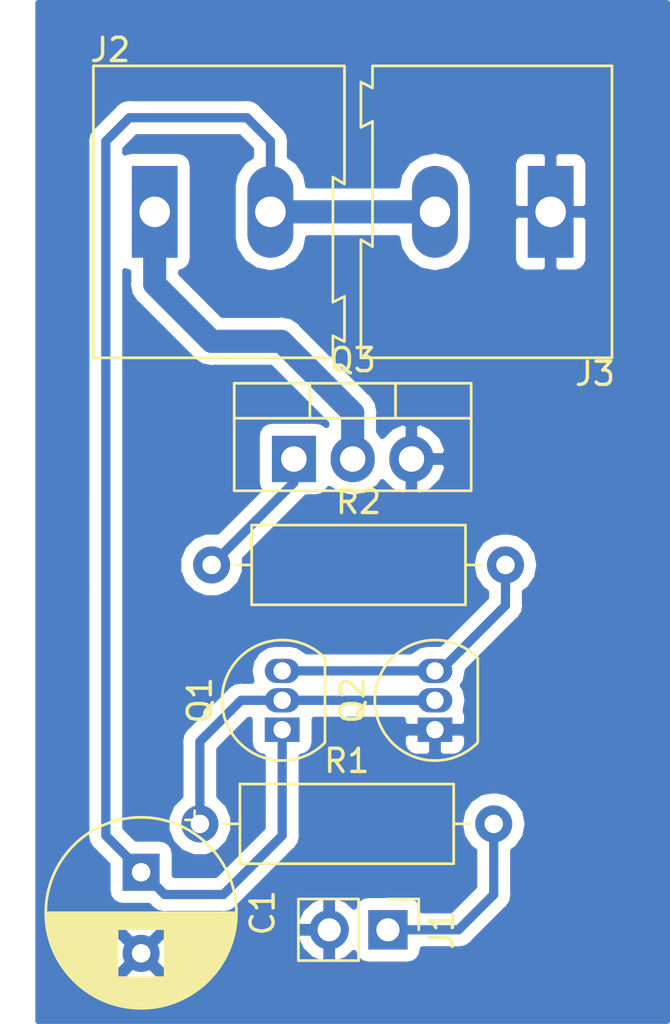
<source format=kicad_pcb>
(kicad_pcb (version 20171130) (host pcbnew 5.0.2-bee76a0~70~ubuntu16.04.1)

  (general
    (thickness 1.6)
    (drawings 0)
    (tracks 29)
    (zones 0)
    (modules 9)
    (nets 8)
  )

  (page A4)
  (layers
    (0 F.Cu signal)
    (31 B.Cu signal)
    (32 B.Adhes user)
    (33 F.Adhes user)
    (34 B.Paste user)
    (35 F.Paste user)
    (36 B.SilkS user)
    (37 F.SilkS user)
    (38 B.Mask user)
    (39 F.Mask user)
    (40 Dwgs.User user)
    (41 Cmts.User user)
    (42 Eco1.User user)
    (43 Eco2.User user)
    (44 Edge.Cuts user)
    (45 Margin user)
    (46 B.CrtYd user)
    (47 F.CrtYd user)
    (48 B.Fab user)
    (49 F.Fab user)
  )

  (setup
    (last_trace_width 0.4)
    (user_trace_width 1)
    (trace_clearance 0.3)
    (zone_clearance 0.508)
    (zone_45_only no)
    (trace_min 0.2)
    (segment_width 0.2)
    (edge_width 0.15)
    (via_size 0.8)
    (via_drill 0.4)
    (via_min_size 0.4)
    (via_min_drill 0.3)
    (uvia_size 0.3)
    (uvia_drill 0.1)
    (uvias_allowed no)
    (uvia_min_size 0.2)
    (uvia_min_drill 0.1)
    (pcb_text_width 0.3)
    (pcb_text_size 1.5 1.5)
    (mod_edge_width 0.15)
    (mod_text_size 1 1)
    (mod_text_width 0.15)
    (pad_size 1.524 1.524)
    (pad_drill 0.762)
    (pad_to_mask_clearance 0.051)
    (solder_mask_min_width 0.25)
    (aux_axis_origin 0 0)
    (visible_elements FFFFFF7F)
    (pcbplotparams
      (layerselection 0x010fc_ffffffff)
      (usegerberextensions false)
      (usegerberattributes false)
      (usegerberadvancedattributes false)
      (creategerberjobfile false)
      (excludeedgelayer true)
      (linewidth 0.100000)
      (plotframeref false)
      (viasonmask false)
      (mode 1)
      (useauxorigin false)
      (hpglpennumber 1)
      (hpglpenspeed 20)
      (hpglpendiameter 15.000000)
      (psnegative false)
      (psa4output false)
      (plotreference true)
      (plotvalue true)
      (plotinvisibletext false)
      (padsonsilk false)
      (subtractmaskfromsilk false)
      (outputformat 1)
      (mirror false)
      (drillshape 1)
      (scaleselection 1)
      (outputdirectory ""))
  )

  (net 0 "")
  (net 1 "Net-(J1-Pad1)")
  (net 2 GND)
  (net 3 "Net-(J2-Pad1)")
  (net 4 +12V)
  (net 5 "Net-(Q1-Pad2)")
  (net 6 "Net-(Q1-Pad3)")
  (net 7 "Net-(Q3-Pad1)")

  (net_class Default "This is the default net class."
    (clearance 0.3)
    (trace_width 0.4)
    (via_dia 0.8)
    (via_drill 0.4)
    (uvia_dia 0.3)
    (uvia_drill 0.1)
    (add_net +12V)
    (add_net GND)
    (add_net "Net-(J1-Pad1)")
    (add_net "Net-(J2-Pad1)")
    (add_net "Net-(Q1-Pad2)")
    (add_net "Net-(Q1-Pad3)")
    (add_net "Net-(Q3-Pad1)")
  )

  (module Connector_PinHeader_2.54mm:PinHeader_1x02_P2.54mm_Vertical (layer F.Cu) (tedit 59FED5CC) (tstamp 5C8E7EBA)
    (at 149.86 124.46 270)
    (descr "Through hole straight pin header, 1x02, 2.54mm pitch, single row")
    (tags "Through hole pin header THT 1x02 2.54mm single row")
    (path /5C81DB00)
    (fp_text reference J1 (at 0 -2.33 270) (layer F.SilkS)
      (effects (font (size 1 1) (thickness 0.15)))
    )
    (fp_text value sinal (at 0 4.87 270) (layer F.Fab)
      (effects (font (size 1 1) (thickness 0.15)))
    )
    (fp_line (start -0.635 -1.27) (end 1.27 -1.27) (layer F.Fab) (width 0.1))
    (fp_line (start 1.27 -1.27) (end 1.27 3.81) (layer F.Fab) (width 0.1))
    (fp_line (start 1.27 3.81) (end -1.27 3.81) (layer F.Fab) (width 0.1))
    (fp_line (start -1.27 3.81) (end -1.27 -0.635) (layer F.Fab) (width 0.1))
    (fp_line (start -1.27 -0.635) (end -0.635 -1.27) (layer F.Fab) (width 0.1))
    (fp_line (start -1.33 3.87) (end 1.33 3.87) (layer F.SilkS) (width 0.12))
    (fp_line (start -1.33 1.27) (end -1.33 3.87) (layer F.SilkS) (width 0.12))
    (fp_line (start 1.33 1.27) (end 1.33 3.87) (layer F.SilkS) (width 0.12))
    (fp_line (start -1.33 1.27) (end 1.33 1.27) (layer F.SilkS) (width 0.12))
    (fp_line (start -1.33 0) (end -1.33 -1.33) (layer F.SilkS) (width 0.12))
    (fp_line (start -1.33 -1.33) (end 0 -1.33) (layer F.SilkS) (width 0.12))
    (fp_line (start -1.8 -1.8) (end -1.8 4.35) (layer F.CrtYd) (width 0.05))
    (fp_line (start -1.8 4.35) (end 1.8 4.35) (layer F.CrtYd) (width 0.05))
    (fp_line (start 1.8 4.35) (end 1.8 -1.8) (layer F.CrtYd) (width 0.05))
    (fp_line (start 1.8 -1.8) (end -1.8 -1.8) (layer F.CrtYd) (width 0.05))
    (fp_text user %R (at 0 1.27) (layer F.Fab)
      (effects (font (size 1 1) (thickness 0.15)))
    )
    (pad 1 thru_hole rect (at 0 0 270) (size 1.7 1.7) (drill 1) (layers *.Cu *.Mask)
      (net 1 "Net-(J1-Pad1)"))
    (pad 2 thru_hole oval (at 0 2.54 270) (size 1.7 1.7) (drill 1) (layers *.Cu *.Mask)
      (net 2 GND))
    (model ${KISYS3DMOD}/Connector_PinHeader_2.54mm.3dshapes/PinHeader_1x02_P2.54mm_Vertical.wrl
      (at (xyz 0 0 0))
      (scale (xyz 1 1 1))
      (rotate (xyz 0 0 0))
    )
  )

  (module TerminalBlock:TerminalBlock_Altech_AK300-2_P5.00mm (layer F.Cu) (tedit 59FF0306) (tstamp 5C8E7F21)
    (at 139.78 93.472)
    (descr "Altech AK300 terminal block, pitch 5.0mm, 45 degree angled, see http://www.mouser.com/ds/2/16/PCBMETRC-24178.pdf")
    (tags "Altech AK300 terminal block pitch 5.0mm")
    (path /5C81D788)
    (fp_text reference J2 (at -1.92 -6.99) (layer F.SilkS)
      (effects (font (size 1 1) (thickness 0.15)))
    )
    (fp_text value peltier (at 2.78 7.75) (layer F.Fab)
      (effects (font (size 1 1) (thickness 0.15)))
    )
    (fp_text user %R (at 2.5 -2) (layer F.Fab)
      (effects (font (size 1 1) (thickness 0.15)))
    )
    (fp_line (start -2.65 -6.3) (end -2.65 6.3) (layer F.SilkS) (width 0.12))
    (fp_line (start -2.65 6.3) (end 7.7 6.3) (layer F.SilkS) (width 0.12))
    (fp_line (start 7.7 6.3) (end 7.7 5.35) (layer F.SilkS) (width 0.12))
    (fp_line (start 7.7 5.35) (end 8.2 5.6) (layer F.SilkS) (width 0.12))
    (fp_line (start 8.2 5.6) (end 8.2 3.7) (layer F.SilkS) (width 0.12))
    (fp_line (start 8.2 3.7) (end 8.2 3.65) (layer F.SilkS) (width 0.12))
    (fp_line (start 8.2 3.65) (end 7.7 3.9) (layer F.SilkS) (width 0.12))
    (fp_line (start 7.7 3.9) (end 7.7 -1.5) (layer F.SilkS) (width 0.12))
    (fp_line (start 7.7 -1.5) (end 8.2 -1.2) (layer F.SilkS) (width 0.12))
    (fp_line (start 8.2 -1.2) (end 8.2 -6.3) (layer F.SilkS) (width 0.12))
    (fp_line (start 8.2 -6.3) (end -2.65 -6.3) (layer F.SilkS) (width 0.12))
    (fp_line (start -1.26 2.54) (end 1.28 2.54) (layer F.Fab) (width 0.1))
    (fp_line (start 1.28 2.54) (end 1.28 -0.25) (layer F.Fab) (width 0.1))
    (fp_line (start -1.26 -0.25) (end 1.28 -0.25) (layer F.Fab) (width 0.1))
    (fp_line (start -1.26 2.54) (end -1.26 -0.25) (layer F.Fab) (width 0.1))
    (fp_line (start 3.74 2.54) (end 6.28 2.54) (layer F.Fab) (width 0.1))
    (fp_line (start 6.28 2.54) (end 6.28 -0.25) (layer F.Fab) (width 0.1))
    (fp_line (start 3.74 -0.25) (end 6.28 -0.25) (layer F.Fab) (width 0.1))
    (fp_line (start 3.74 2.54) (end 3.74 -0.25) (layer F.Fab) (width 0.1))
    (fp_line (start 7.61 -6.22) (end 7.61 -3.17) (layer F.Fab) (width 0.1))
    (fp_line (start 7.61 -6.22) (end -2.58 -6.22) (layer F.Fab) (width 0.1))
    (fp_line (start 7.61 -6.22) (end 8.11 -6.22) (layer F.Fab) (width 0.1))
    (fp_line (start 8.11 -6.22) (end 8.11 -1.4) (layer F.Fab) (width 0.1))
    (fp_line (start 8.11 -1.4) (end 7.61 -1.65) (layer F.Fab) (width 0.1))
    (fp_line (start 8.11 5.46) (end 7.61 5.21) (layer F.Fab) (width 0.1))
    (fp_line (start 7.61 5.21) (end 7.61 6.22) (layer F.Fab) (width 0.1))
    (fp_line (start 8.11 3.81) (end 7.61 4.06) (layer F.Fab) (width 0.1))
    (fp_line (start 7.61 4.06) (end 7.61 5.21) (layer F.Fab) (width 0.1))
    (fp_line (start 8.11 3.81) (end 8.11 5.46) (layer F.Fab) (width 0.1))
    (fp_line (start 2.98 6.22) (end 2.98 4.32) (layer F.Fab) (width 0.1))
    (fp_line (start 7.05 -0.25) (end 7.05 4.32) (layer F.Fab) (width 0.1))
    (fp_line (start 2.98 6.22) (end 7.05 6.22) (layer F.Fab) (width 0.1))
    (fp_line (start 7.05 6.22) (end 7.61 6.22) (layer F.Fab) (width 0.1))
    (fp_line (start 2.04 6.22) (end 2.04 4.32) (layer F.Fab) (width 0.1))
    (fp_line (start 2.04 6.22) (end 2.98 6.22) (layer F.Fab) (width 0.1))
    (fp_line (start -2.02 -0.25) (end -2.02 4.32) (layer F.Fab) (width 0.1))
    (fp_line (start -2.58 6.22) (end -2.02 6.22) (layer F.Fab) (width 0.1))
    (fp_line (start -2.02 6.22) (end 2.04 6.22) (layer F.Fab) (width 0.1))
    (fp_line (start 2.98 4.32) (end 7.05 4.32) (layer F.Fab) (width 0.1))
    (fp_line (start 2.98 4.32) (end 2.98 -0.25) (layer F.Fab) (width 0.1))
    (fp_line (start 7.05 4.32) (end 7.05 6.22) (layer F.Fab) (width 0.1))
    (fp_line (start 2.04 4.32) (end -2.02 4.32) (layer F.Fab) (width 0.1))
    (fp_line (start 2.04 4.32) (end 2.04 -0.25) (layer F.Fab) (width 0.1))
    (fp_line (start -2.02 4.32) (end -2.02 6.22) (layer F.Fab) (width 0.1))
    (fp_line (start 6.67 3.68) (end 6.67 0.51) (layer F.Fab) (width 0.1))
    (fp_line (start 6.67 3.68) (end 3.36 3.68) (layer F.Fab) (width 0.1))
    (fp_line (start 3.36 3.68) (end 3.36 0.51) (layer F.Fab) (width 0.1))
    (fp_line (start 1.66 3.68) (end 1.66 0.51) (layer F.Fab) (width 0.1))
    (fp_line (start 1.66 3.68) (end -1.64 3.68) (layer F.Fab) (width 0.1))
    (fp_line (start -1.64 3.68) (end -1.64 0.51) (layer F.Fab) (width 0.1))
    (fp_line (start -1.64 0.51) (end -1.26 0.51) (layer F.Fab) (width 0.1))
    (fp_line (start 1.66 0.51) (end 1.28 0.51) (layer F.Fab) (width 0.1))
    (fp_line (start 3.36 0.51) (end 3.74 0.51) (layer F.Fab) (width 0.1))
    (fp_line (start 6.67 0.51) (end 6.28 0.51) (layer F.Fab) (width 0.1))
    (fp_line (start -2.58 6.22) (end -2.58 -0.64) (layer F.Fab) (width 0.1))
    (fp_line (start -2.58 -0.64) (end -2.58 -3.17) (layer F.Fab) (width 0.1))
    (fp_line (start 7.61 -1.65) (end 7.61 -0.64) (layer F.Fab) (width 0.1))
    (fp_line (start 7.61 -0.64) (end 7.61 4.06) (layer F.Fab) (width 0.1))
    (fp_line (start -2.58 -3.17) (end 7.61 -3.17) (layer F.Fab) (width 0.1))
    (fp_line (start -2.58 -3.17) (end -2.58 -6.22) (layer F.Fab) (width 0.1))
    (fp_line (start 7.61 -3.17) (end 7.61 -1.65) (layer F.Fab) (width 0.1))
    (fp_line (start 2.98 -3.43) (end 2.98 -5.97) (layer F.Fab) (width 0.1))
    (fp_line (start 2.98 -5.97) (end 7.05 -5.97) (layer F.Fab) (width 0.1))
    (fp_line (start 7.05 -5.97) (end 7.05 -3.43) (layer F.Fab) (width 0.1))
    (fp_line (start 7.05 -3.43) (end 2.98 -3.43) (layer F.Fab) (width 0.1))
    (fp_line (start 2.04 -3.43) (end 2.04 -5.97) (layer F.Fab) (width 0.1))
    (fp_line (start 2.04 -3.43) (end -2.02 -3.43) (layer F.Fab) (width 0.1))
    (fp_line (start -2.02 -3.43) (end -2.02 -5.97) (layer F.Fab) (width 0.1))
    (fp_line (start 2.04 -5.97) (end -2.02 -5.97) (layer F.Fab) (width 0.1))
    (fp_line (start 3.39 -4.45) (end 6.44 -5.08) (layer F.Fab) (width 0.1))
    (fp_line (start 3.52 -4.32) (end 6.56 -4.95) (layer F.Fab) (width 0.1))
    (fp_line (start -1.62 -4.45) (end 1.44 -5.08) (layer F.Fab) (width 0.1))
    (fp_line (start -1.49 -4.32) (end 1.56 -4.95) (layer F.Fab) (width 0.1))
    (fp_line (start -2.02 -0.25) (end -1.64 -0.25) (layer F.Fab) (width 0.1))
    (fp_line (start 2.04 -0.25) (end 1.66 -0.25) (layer F.Fab) (width 0.1))
    (fp_line (start 1.66 -0.25) (end -1.64 -0.25) (layer F.Fab) (width 0.1))
    (fp_line (start -2.58 -0.64) (end -1.64 -0.64) (layer F.Fab) (width 0.1))
    (fp_line (start -1.64 -0.64) (end 1.66 -0.64) (layer F.Fab) (width 0.1))
    (fp_line (start 1.66 -0.64) (end 3.36 -0.64) (layer F.Fab) (width 0.1))
    (fp_line (start 7.61 -0.64) (end 6.67 -0.64) (layer F.Fab) (width 0.1))
    (fp_line (start 6.67 -0.64) (end 3.36 -0.64) (layer F.Fab) (width 0.1))
    (fp_line (start 7.05 -0.25) (end 6.67 -0.25) (layer F.Fab) (width 0.1))
    (fp_line (start 2.98 -0.25) (end 3.36 -0.25) (layer F.Fab) (width 0.1))
    (fp_line (start 3.36 -0.25) (end 6.67 -0.25) (layer F.Fab) (width 0.1))
    (fp_line (start -2.83 -6.47) (end 8.36 -6.47) (layer F.CrtYd) (width 0.05))
    (fp_line (start -2.83 -6.47) (end -2.83 6.47) (layer F.CrtYd) (width 0.05))
    (fp_line (start 8.36 6.47) (end 8.36 -6.47) (layer F.CrtYd) (width 0.05))
    (fp_line (start 8.36 6.47) (end -2.83 6.47) (layer F.CrtYd) (width 0.05))
    (fp_arc (start 6.03 -4.59) (end 6.54 -5.05) (angle 90.5) (layer F.Fab) (width 0.1))
    (fp_arc (start 5.07 -6.07) (end 6.53 -4.12) (angle 75.5) (layer F.Fab) (width 0.1))
    (fp_arc (start 4.99 -3.71) (end 3.39 -5) (angle 100) (layer F.Fab) (width 0.1))
    (fp_arc (start 3.87 -4.65) (end 3.58 -4.13) (angle 104.2) (layer F.Fab) (width 0.1))
    (fp_arc (start 1.03 -4.59) (end 1.53 -5.05) (angle 90.5) (layer F.Fab) (width 0.1))
    (fp_arc (start 0.06 -6.07) (end 1.53 -4.12) (angle 75.5) (layer F.Fab) (width 0.1))
    (fp_arc (start -0.01 -3.71) (end -1.62 -5) (angle 100) (layer F.Fab) (width 0.1))
    (fp_arc (start -1.13 -4.65) (end -1.42 -4.13) (angle 104.2) (layer F.Fab) (width 0.1))
    (pad 1 thru_hole rect (at 0 0) (size 1.98 3.96) (drill 1.32) (layers *.Cu *.Mask)
      (net 3 "Net-(J2-Pad1)"))
    (pad 2 thru_hole oval (at 5 0) (size 1.98 3.96) (drill 1.32) (layers *.Cu *.Mask)
      (net 4 +12V))
    (model ${KISYS3DMOD}/TerminalBlock.3dshapes/TerminalBlock_Altech_AK300-2_P5.00mm.wrl
      (at (xyz 0 0 0))
      (scale (xyz 1 1 1))
      (rotate (xyz 0 0 0))
    )
  )

  (module TerminalBlock:TerminalBlock_Altech_AK300-2_P5.00mm (layer F.Cu) (tedit 59FF0306) (tstamp 5C8E7F88)
    (at 156.892 93.472 180)
    (descr "Altech AK300 terminal block, pitch 5.0mm, 45 degree angled, see http://www.mouser.com/ds/2/16/PCBMETRC-24178.pdf")
    (tags "Altech AK300 terminal block pitch 5.0mm")
    (path /5C81E37A)
    (fp_text reference J3 (at -1.92 -6.99 180) (layer F.SilkS)
      (effects (font (size 1 1) (thickness 0.15)))
    )
    (fp_text value alimentacao (at 2.78 7.75 180) (layer F.Fab)
      (effects (font (size 1 1) (thickness 0.15)))
    )
    (fp_arc (start -1.13 -4.65) (end -1.42 -4.13) (angle 104.2) (layer F.Fab) (width 0.1))
    (fp_arc (start -0.01 -3.71) (end -1.62 -5) (angle 100) (layer F.Fab) (width 0.1))
    (fp_arc (start 0.06 -6.07) (end 1.53 -4.12) (angle 75.5) (layer F.Fab) (width 0.1))
    (fp_arc (start 1.03 -4.59) (end 1.53 -5.05) (angle 90.5) (layer F.Fab) (width 0.1))
    (fp_arc (start 3.87 -4.65) (end 3.58 -4.13) (angle 104.2) (layer F.Fab) (width 0.1))
    (fp_arc (start 4.99 -3.71) (end 3.39 -5) (angle 100) (layer F.Fab) (width 0.1))
    (fp_arc (start 5.07 -6.07) (end 6.53 -4.12) (angle 75.5) (layer F.Fab) (width 0.1))
    (fp_arc (start 6.03 -4.59) (end 6.54 -5.05) (angle 90.5) (layer F.Fab) (width 0.1))
    (fp_line (start 8.36 6.47) (end -2.83 6.47) (layer F.CrtYd) (width 0.05))
    (fp_line (start 8.36 6.47) (end 8.36 -6.47) (layer F.CrtYd) (width 0.05))
    (fp_line (start -2.83 -6.47) (end -2.83 6.47) (layer F.CrtYd) (width 0.05))
    (fp_line (start -2.83 -6.47) (end 8.36 -6.47) (layer F.CrtYd) (width 0.05))
    (fp_line (start 3.36 -0.25) (end 6.67 -0.25) (layer F.Fab) (width 0.1))
    (fp_line (start 2.98 -0.25) (end 3.36 -0.25) (layer F.Fab) (width 0.1))
    (fp_line (start 7.05 -0.25) (end 6.67 -0.25) (layer F.Fab) (width 0.1))
    (fp_line (start 6.67 -0.64) (end 3.36 -0.64) (layer F.Fab) (width 0.1))
    (fp_line (start 7.61 -0.64) (end 6.67 -0.64) (layer F.Fab) (width 0.1))
    (fp_line (start 1.66 -0.64) (end 3.36 -0.64) (layer F.Fab) (width 0.1))
    (fp_line (start -1.64 -0.64) (end 1.66 -0.64) (layer F.Fab) (width 0.1))
    (fp_line (start -2.58 -0.64) (end -1.64 -0.64) (layer F.Fab) (width 0.1))
    (fp_line (start 1.66 -0.25) (end -1.64 -0.25) (layer F.Fab) (width 0.1))
    (fp_line (start 2.04 -0.25) (end 1.66 -0.25) (layer F.Fab) (width 0.1))
    (fp_line (start -2.02 -0.25) (end -1.64 -0.25) (layer F.Fab) (width 0.1))
    (fp_line (start -1.49 -4.32) (end 1.56 -4.95) (layer F.Fab) (width 0.1))
    (fp_line (start -1.62 -4.45) (end 1.44 -5.08) (layer F.Fab) (width 0.1))
    (fp_line (start 3.52 -4.32) (end 6.56 -4.95) (layer F.Fab) (width 0.1))
    (fp_line (start 3.39 -4.45) (end 6.44 -5.08) (layer F.Fab) (width 0.1))
    (fp_line (start 2.04 -5.97) (end -2.02 -5.97) (layer F.Fab) (width 0.1))
    (fp_line (start -2.02 -3.43) (end -2.02 -5.97) (layer F.Fab) (width 0.1))
    (fp_line (start 2.04 -3.43) (end -2.02 -3.43) (layer F.Fab) (width 0.1))
    (fp_line (start 2.04 -3.43) (end 2.04 -5.97) (layer F.Fab) (width 0.1))
    (fp_line (start 7.05 -3.43) (end 2.98 -3.43) (layer F.Fab) (width 0.1))
    (fp_line (start 7.05 -5.97) (end 7.05 -3.43) (layer F.Fab) (width 0.1))
    (fp_line (start 2.98 -5.97) (end 7.05 -5.97) (layer F.Fab) (width 0.1))
    (fp_line (start 2.98 -3.43) (end 2.98 -5.97) (layer F.Fab) (width 0.1))
    (fp_line (start 7.61 -3.17) (end 7.61 -1.65) (layer F.Fab) (width 0.1))
    (fp_line (start -2.58 -3.17) (end -2.58 -6.22) (layer F.Fab) (width 0.1))
    (fp_line (start -2.58 -3.17) (end 7.61 -3.17) (layer F.Fab) (width 0.1))
    (fp_line (start 7.61 -0.64) (end 7.61 4.06) (layer F.Fab) (width 0.1))
    (fp_line (start 7.61 -1.65) (end 7.61 -0.64) (layer F.Fab) (width 0.1))
    (fp_line (start -2.58 -0.64) (end -2.58 -3.17) (layer F.Fab) (width 0.1))
    (fp_line (start -2.58 6.22) (end -2.58 -0.64) (layer F.Fab) (width 0.1))
    (fp_line (start 6.67 0.51) (end 6.28 0.51) (layer F.Fab) (width 0.1))
    (fp_line (start 3.36 0.51) (end 3.74 0.51) (layer F.Fab) (width 0.1))
    (fp_line (start 1.66 0.51) (end 1.28 0.51) (layer F.Fab) (width 0.1))
    (fp_line (start -1.64 0.51) (end -1.26 0.51) (layer F.Fab) (width 0.1))
    (fp_line (start -1.64 3.68) (end -1.64 0.51) (layer F.Fab) (width 0.1))
    (fp_line (start 1.66 3.68) (end -1.64 3.68) (layer F.Fab) (width 0.1))
    (fp_line (start 1.66 3.68) (end 1.66 0.51) (layer F.Fab) (width 0.1))
    (fp_line (start 3.36 3.68) (end 3.36 0.51) (layer F.Fab) (width 0.1))
    (fp_line (start 6.67 3.68) (end 3.36 3.68) (layer F.Fab) (width 0.1))
    (fp_line (start 6.67 3.68) (end 6.67 0.51) (layer F.Fab) (width 0.1))
    (fp_line (start -2.02 4.32) (end -2.02 6.22) (layer F.Fab) (width 0.1))
    (fp_line (start 2.04 4.32) (end 2.04 -0.25) (layer F.Fab) (width 0.1))
    (fp_line (start 2.04 4.32) (end -2.02 4.32) (layer F.Fab) (width 0.1))
    (fp_line (start 7.05 4.32) (end 7.05 6.22) (layer F.Fab) (width 0.1))
    (fp_line (start 2.98 4.32) (end 2.98 -0.25) (layer F.Fab) (width 0.1))
    (fp_line (start 2.98 4.32) (end 7.05 4.32) (layer F.Fab) (width 0.1))
    (fp_line (start -2.02 6.22) (end 2.04 6.22) (layer F.Fab) (width 0.1))
    (fp_line (start -2.58 6.22) (end -2.02 6.22) (layer F.Fab) (width 0.1))
    (fp_line (start -2.02 -0.25) (end -2.02 4.32) (layer F.Fab) (width 0.1))
    (fp_line (start 2.04 6.22) (end 2.98 6.22) (layer F.Fab) (width 0.1))
    (fp_line (start 2.04 6.22) (end 2.04 4.32) (layer F.Fab) (width 0.1))
    (fp_line (start 7.05 6.22) (end 7.61 6.22) (layer F.Fab) (width 0.1))
    (fp_line (start 2.98 6.22) (end 7.05 6.22) (layer F.Fab) (width 0.1))
    (fp_line (start 7.05 -0.25) (end 7.05 4.32) (layer F.Fab) (width 0.1))
    (fp_line (start 2.98 6.22) (end 2.98 4.32) (layer F.Fab) (width 0.1))
    (fp_line (start 8.11 3.81) (end 8.11 5.46) (layer F.Fab) (width 0.1))
    (fp_line (start 7.61 4.06) (end 7.61 5.21) (layer F.Fab) (width 0.1))
    (fp_line (start 8.11 3.81) (end 7.61 4.06) (layer F.Fab) (width 0.1))
    (fp_line (start 7.61 5.21) (end 7.61 6.22) (layer F.Fab) (width 0.1))
    (fp_line (start 8.11 5.46) (end 7.61 5.21) (layer F.Fab) (width 0.1))
    (fp_line (start 8.11 -1.4) (end 7.61 -1.65) (layer F.Fab) (width 0.1))
    (fp_line (start 8.11 -6.22) (end 8.11 -1.4) (layer F.Fab) (width 0.1))
    (fp_line (start 7.61 -6.22) (end 8.11 -6.22) (layer F.Fab) (width 0.1))
    (fp_line (start 7.61 -6.22) (end -2.58 -6.22) (layer F.Fab) (width 0.1))
    (fp_line (start 7.61 -6.22) (end 7.61 -3.17) (layer F.Fab) (width 0.1))
    (fp_line (start 3.74 2.54) (end 3.74 -0.25) (layer F.Fab) (width 0.1))
    (fp_line (start 3.74 -0.25) (end 6.28 -0.25) (layer F.Fab) (width 0.1))
    (fp_line (start 6.28 2.54) (end 6.28 -0.25) (layer F.Fab) (width 0.1))
    (fp_line (start 3.74 2.54) (end 6.28 2.54) (layer F.Fab) (width 0.1))
    (fp_line (start -1.26 2.54) (end -1.26 -0.25) (layer F.Fab) (width 0.1))
    (fp_line (start -1.26 -0.25) (end 1.28 -0.25) (layer F.Fab) (width 0.1))
    (fp_line (start 1.28 2.54) (end 1.28 -0.25) (layer F.Fab) (width 0.1))
    (fp_line (start -1.26 2.54) (end 1.28 2.54) (layer F.Fab) (width 0.1))
    (fp_line (start 8.2 -6.3) (end -2.65 -6.3) (layer F.SilkS) (width 0.12))
    (fp_line (start 8.2 -1.2) (end 8.2 -6.3) (layer F.SilkS) (width 0.12))
    (fp_line (start 7.7 -1.5) (end 8.2 -1.2) (layer F.SilkS) (width 0.12))
    (fp_line (start 7.7 3.9) (end 7.7 -1.5) (layer F.SilkS) (width 0.12))
    (fp_line (start 8.2 3.65) (end 7.7 3.9) (layer F.SilkS) (width 0.12))
    (fp_line (start 8.2 3.7) (end 8.2 3.65) (layer F.SilkS) (width 0.12))
    (fp_line (start 8.2 5.6) (end 8.2 3.7) (layer F.SilkS) (width 0.12))
    (fp_line (start 7.7 5.35) (end 8.2 5.6) (layer F.SilkS) (width 0.12))
    (fp_line (start 7.7 6.3) (end 7.7 5.35) (layer F.SilkS) (width 0.12))
    (fp_line (start -2.65 6.3) (end 7.7 6.3) (layer F.SilkS) (width 0.12))
    (fp_line (start -2.65 -6.3) (end -2.65 6.3) (layer F.SilkS) (width 0.12))
    (fp_text user %R (at 2.5 -2 180) (layer F.Fab)
      (effects (font (size 1 1) (thickness 0.15)))
    )
    (pad 2 thru_hole oval (at 5 0 180) (size 1.98 3.96) (drill 1.32) (layers *.Cu *.Mask)
      (net 4 +12V))
    (pad 1 thru_hole rect (at 0 0 180) (size 1.98 3.96) (drill 1.32) (layers *.Cu *.Mask)
      (net 2 GND))
    (model ${KISYS3DMOD}/TerminalBlock.3dshapes/TerminalBlock_Altech_AK300-2_P5.00mm.wrl
      (at (xyz 0 0 0))
      (scale (xyz 1 1 1))
      (rotate (xyz 0 0 0))
    )
  )

  (module Package_TO_SOT_THT:TO-92_Inline (layer F.Cu) (tedit 5A1DD157) (tstamp 5C8E7F9A)
    (at 145.288 115.824 90)
    (descr "TO-92 leads in-line, narrow, oval pads, drill 0.75mm (see NXP sot054_po.pdf)")
    (tags "to-92 sc-43 sc-43a sot54 PA33 transistor")
    (path /5C81CAB9)
    (fp_text reference Q1 (at 1.27 -3.56 90) (layer F.SilkS)
      (effects (font (size 1 1) (thickness 0.15)))
    )
    (fp_text value BC548 (at 1.27 2.79 90) (layer F.Fab)
      (effects (font (size 1 1) (thickness 0.15)))
    )
    (fp_text user %R (at 1.27 -3.56 90) (layer F.Fab)
      (effects (font (size 1 1) (thickness 0.15)))
    )
    (fp_line (start -0.53 1.85) (end 3.07 1.85) (layer F.SilkS) (width 0.12))
    (fp_line (start -0.5 1.75) (end 3 1.75) (layer F.Fab) (width 0.1))
    (fp_line (start -1.46 -2.73) (end 4 -2.73) (layer F.CrtYd) (width 0.05))
    (fp_line (start -1.46 -2.73) (end -1.46 2.01) (layer F.CrtYd) (width 0.05))
    (fp_line (start 4 2.01) (end 4 -2.73) (layer F.CrtYd) (width 0.05))
    (fp_line (start 4 2.01) (end -1.46 2.01) (layer F.CrtYd) (width 0.05))
    (fp_arc (start 1.27 0) (end 1.27 -2.48) (angle 135) (layer F.Fab) (width 0.1))
    (fp_arc (start 1.27 0) (end 1.27 -2.6) (angle -135) (layer F.SilkS) (width 0.12))
    (fp_arc (start 1.27 0) (end 1.27 -2.48) (angle -135) (layer F.Fab) (width 0.1))
    (fp_arc (start 1.27 0) (end 1.27 -2.6) (angle 135) (layer F.SilkS) (width 0.12))
    (pad 2 thru_hole oval (at 1.27 0 90) (size 1.05 1.5) (drill 0.75) (layers *.Cu *.Mask)
      (net 5 "Net-(Q1-Pad2)"))
    (pad 3 thru_hole oval (at 2.54 0 90) (size 1.05 1.5) (drill 0.75) (layers *.Cu *.Mask)
      (net 6 "Net-(Q1-Pad3)"))
    (pad 1 thru_hole rect (at 0 0 90) (size 1.05 1.5) (drill 0.75) (layers *.Cu *.Mask)
      (net 4 +12V))
    (model ${KISYS3DMOD}/Package_TO_SOT_THT.3dshapes/TO-92_Inline.wrl
      (at (xyz 0 0 0))
      (scale (xyz 1 1 1))
      (rotate (xyz 0 0 0))
    )
  )

  (module Package_TO_SOT_THT:TO-92_Inline (layer F.Cu) (tedit 5A1DD157) (tstamp 5C8E7FAC)
    (at 151.892 115.824 90)
    (descr "TO-92 leads in-line, narrow, oval pads, drill 0.75mm (see NXP sot054_po.pdf)")
    (tags "to-92 sc-43 sc-43a sot54 PA33 transistor")
    (path /5C81CBB6)
    (fp_text reference Q2 (at 1.27 -3.56 90) (layer F.SilkS)
      (effects (font (size 1 1) (thickness 0.15)))
    )
    (fp_text value BC558 (at 1.27 2.79 90) (layer F.Fab)
      (effects (font (size 1 1) (thickness 0.15)))
    )
    (fp_arc (start 1.27 0) (end 1.27 -2.6) (angle 135) (layer F.SilkS) (width 0.12))
    (fp_arc (start 1.27 0) (end 1.27 -2.48) (angle -135) (layer F.Fab) (width 0.1))
    (fp_arc (start 1.27 0) (end 1.27 -2.6) (angle -135) (layer F.SilkS) (width 0.12))
    (fp_arc (start 1.27 0) (end 1.27 -2.48) (angle 135) (layer F.Fab) (width 0.1))
    (fp_line (start 4 2.01) (end -1.46 2.01) (layer F.CrtYd) (width 0.05))
    (fp_line (start 4 2.01) (end 4 -2.73) (layer F.CrtYd) (width 0.05))
    (fp_line (start -1.46 -2.73) (end -1.46 2.01) (layer F.CrtYd) (width 0.05))
    (fp_line (start -1.46 -2.73) (end 4 -2.73) (layer F.CrtYd) (width 0.05))
    (fp_line (start -0.5 1.75) (end 3 1.75) (layer F.Fab) (width 0.1))
    (fp_line (start -0.53 1.85) (end 3.07 1.85) (layer F.SilkS) (width 0.12))
    (fp_text user %R (at 1.27 -3.56 90) (layer F.Fab)
      (effects (font (size 1 1) (thickness 0.15)))
    )
    (pad 1 thru_hole rect (at 0 0 90) (size 1.05 1.5) (drill 0.75) (layers *.Cu *.Mask)
      (net 2 GND))
    (pad 3 thru_hole oval (at 2.54 0 90) (size 1.05 1.5) (drill 0.75) (layers *.Cu *.Mask)
      (net 6 "Net-(Q1-Pad3)"))
    (pad 2 thru_hole oval (at 1.27 0 90) (size 1.05 1.5) (drill 0.75) (layers *.Cu *.Mask)
      (net 5 "Net-(Q1-Pad2)"))
    (model ${KISYS3DMOD}/Package_TO_SOT_THT.3dshapes/TO-92_Inline.wrl
      (at (xyz 0 0 0))
      (scale (xyz 1 1 1))
      (rotate (xyz 0 0 0))
    )
  )

  (module Package_TO_SOT_THT:TO-220-3_Vertical (layer F.Cu) (tedit 5AC8BA0D) (tstamp 5C8E7FC6)
    (at 145.796 104.14)
    (descr "TO-220-3, Vertical, RM 2.54mm, see https://www.vishay.com/docs/66542/to-220-1.pdf")
    (tags "TO-220-3 Vertical RM 2.54mm")
    (path /5C81CF67)
    (fp_text reference Q3 (at 2.54 -4.27) (layer F.SilkS)
      (effects (font (size 1 1) (thickness 0.15)))
    )
    (fp_text value IRF540N (at 2.54 2.5) (layer F.Fab)
      (effects (font (size 1 1) (thickness 0.15)))
    )
    (fp_line (start -2.46 -3.15) (end -2.46 1.25) (layer F.Fab) (width 0.1))
    (fp_line (start -2.46 1.25) (end 7.54 1.25) (layer F.Fab) (width 0.1))
    (fp_line (start 7.54 1.25) (end 7.54 -3.15) (layer F.Fab) (width 0.1))
    (fp_line (start 7.54 -3.15) (end -2.46 -3.15) (layer F.Fab) (width 0.1))
    (fp_line (start -2.46 -1.88) (end 7.54 -1.88) (layer F.Fab) (width 0.1))
    (fp_line (start 0.69 -3.15) (end 0.69 -1.88) (layer F.Fab) (width 0.1))
    (fp_line (start 4.39 -3.15) (end 4.39 -1.88) (layer F.Fab) (width 0.1))
    (fp_line (start -2.58 -3.27) (end 7.66 -3.27) (layer F.SilkS) (width 0.12))
    (fp_line (start -2.58 1.371) (end 7.66 1.371) (layer F.SilkS) (width 0.12))
    (fp_line (start -2.58 -3.27) (end -2.58 1.371) (layer F.SilkS) (width 0.12))
    (fp_line (start 7.66 -3.27) (end 7.66 1.371) (layer F.SilkS) (width 0.12))
    (fp_line (start -2.58 -1.76) (end 7.66 -1.76) (layer F.SilkS) (width 0.12))
    (fp_line (start 0.69 -3.27) (end 0.69 -1.76) (layer F.SilkS) (width 0.12))
    (fp_line (start 4.391 -3.27) (end 4.391 -1.76) (layer F.SilkS) (width 0.12))
    (fp_line (start -2.71 -3.4) (end -2.71 1.51) (layer F.CrtYd) (width 0.05))
    (fp_line (start -2.71 1.51) (end 7.79 1.51) (layer F.CrtYd) (width 0.05))
    (fp_line (start 7.79 1.51) (end 7.79 -3.4) (layer F.CrtYd) (width 0.05))
    (fp_line (start 7.79 -3.4) (end -2.71 -3.4) (layer F.CrtYd) (width 0.05))
    (fp_text user %R (at 2.54 -4.27) (layer F.Fab)
      (effects (font (size 1 1) (thickness 0.15)))
    )
    (pad 1 thru_hole rect (at 0 0) (size 1.905 2) (drill 1.1) (layers *.Cu *.Mask)
      (net 7 "Net-(Q3-Pad1)"))
    (pad 2 thru_hole oval (at 2.54 0) (size 1.905 2) (drill 1.1) (layers *.Cu *.Mask)
      (net 3 "Net-(J2-Pad1)"))
    (pad 3 thru_hole oval (at 5.08 0) (size 1.905 2) (drill 1.1) (layers *.Cu *.Mask)
      (net 2 GND))
    (model ${KISYS3DMOD}/Package_TO_SOT_THT.3dshapes/TO-220-3_Vertical.wrl
      (at (xyz 0 0 0))
      (scale (xyz 1 1 1))
      (rotate (xyz 0 0 0))
    )
  )

  (module Resistor_THT:R_Axial_DIN0309_L9.0mm_D3.2mm_P12.70mm_Horizontal (layer F.Cu) (tedit 5AE5139B) (tstamp 5C8E7FDD)
    (at 141.732 119.888)
    (descr "Resistor, Axial_DIN0309 series, Axial, Horizontal, pin pitch=12.7mm, 0.5W = 1/2W, length*diameter=9*3.2mm^2, http://cdn-reichelt.de/documents/datenblatt/B400/1_4W%23YAG.pdf")
    (tags "Resistor Axial_DIN0309 series Axial Horizontal pin pitch 12.7mm 0.5W = 1/2W length 9mm diameter 3.2mm")
    (path /5C81CCC9)
    (fp_text reference R1 (at 6.35 -2.72) (layer F.SilkS)
      (effects (font (size 1 1) (thickness 0.15)))
    )
    (fp_text value R (at 6.35 2.72) (layer F.Fab)
      (effects (font (size 1 1) (thickness 0.15)))
    )
    (fp_line (start 1.85 -1.6) (end 1.85 1.6) (layer F.Fab) (width 0.1))
    (fp_line (start 1.85 1.6) (end 10.85 1.6) (layer F.Fab) (width 0.1))
    (fp_line (start 10.85 1.6) (end 10.85 -1.6) (layer F.Fab) (width 0.1))
    (fp_line (start 10.85 -1.6) (end 1.85 -1.6) (layer F.Fab) (width 0.1))
    (fp_line (start 0 0) (end 1.85 0) (layer F.Fab) (width 0.1))
    (fp_line (start 12.7 0) (end 10.85 0) (layer F.Fab) (width 0.1))
    (fp_line (start 1.73 -1.72) (end 1.73 1.72) (layer F.SilkS) (width 0.12))
    (fp_line (start 1.73 1.72) (end 10.97 1.72) (layer F.SilkS) (width 0.12))
    (fp_line (start 10.97 1.72) (end 10.97 -1.72) (layer F.SilkS) (width 0.12))
    (fp_line (start 10.97 -1.72) (end 1.73 -1.72) (layer F.SilkS) (width 0.12))
    (fp_line (start 1.04 0) (end 1.73 0) (layer F.SilkS) (width 0.12))
    (fp_line (start 11.66 0) (end 10.97 0) (layer F.SilkS) (width 0.12))
    (fp_line (start -1.05 -1.85) (end -1.05 1.85) (layer F.CrtYd) (width 0.05))
    (fp_line (start -1.05 1.85) (end 13.75 1.85) (layer F.CrtYd) (width 0.05))
    (fp_line (start 13.75 1.85) (end 13.75 -1.85) (layer F.CrtYd) (width 0.05))
    (fp_line (start 13.75 -1.85) (end -1.05 -1.85) (layer F.CrtYd) (width 0.05))
    (fp_text user %R (at 6.35 0) (layer F.Fab)
      (effects (font (size 1 1) (thickness 0.15)))
    )
    (pad 1 thru_hole circle (at 0 0) (size 1.6 1.6) (drill 0.8) (layers *.Cu *.Mask)
      (net 5 "Net-(Q1-Pad2)"))
    (pad 2 thru_hole oval (at 12.7 0) (size 1.6 1.6) (drill 0.8) (layers *.Cu *.Mask)
      (net 1 "Net-(J1-Pad1)"))
    (model ${KISYS3DMOD}/Resistor_THT.3dshapes/R_Axial_DIN0309_L9.0mm_D3.2mm_P12.70mm_Horizontal.wrl
      (at (xyz 0 0 0))
      (scale (xyz 1 1 1))
      (rotate (xyz 0 0 0))
    )
  )

  (module Resistor_THT:R_Axial_DIN0309_L9.0mm_D3.2mm_P12.70mm_Horizontal (layer F.Cu) (tedit 5AE5139B) (tstamp 5C8E7FF4)
    (at 142.24 108.712)
    (descr "Resistor, Axial_DIN0309 series, Axial, Horizontal, pin pitch=12.7mm, 0.5W = 1/2W, length*diameter=9*3.2mm^2, http://cdn-reichelt.de/documents/datenblatt/B400/1_4W%23YAG.pdf")
    (tags "Resistor Axial_DIN0309 series Axial Horizontal pin pitch 12.7mm 0.5W = 1/2W length 9mm diameter 3.2mm")
    (path /5C81CDD3)
    (fp_text reference R2 (at 6.35 -2.72) (layer F.SilkS)
      (effects (font (size 1 1) (thickness 0.15)))
    )
    (fp_text value R (at 6.35 2.72) (layer F.Fab)
      (effects (font (size 1 1) (thickness 0.15)))
    )
    (fp_text user %R (at 6.35 0) (layer F.Fab)
      (effects (font (size 1 1) (thickness 0.15)))
    )
    (fp_line (start 13.75 -1.85) (end -1.05 -1.85) (layer F.CrtYd) (width 0.05))
    (fp_line (start 13.75 1.85) (end 13.75 -1.85) (layer F.CrtYd) (width 0.05))
    (fp_line (start -1.05 1.85) (end 13.75 1.85) (layer F.CrtYd) (width 0.05))
    (fp_line (start -1.05 -1.85) (end -1.05 1.85) (layer F.CrtYd) (width 0.05))
    (fp_line (start 11.66 0) (end 10.97 0) (layer F.SilkS) (width 0.12))
    (fp_line (start 1.04 0) (end 1.73 0) (layer F.SilkS) (width 0.12))
    (fp_line (start 10.97 -1.72) (end 1.73 -1.72) (layer F.SilkS) (width 0.12))
    (fp_line (start 10.97 1.72) (end 10.97 -1.72) (layer F.SilkS) (width 0.12))
    (fp_line (start 1.73 1.72) (end 10.97 1.72) (layer F.SilkS) (width 0.12))
    (fp_line (start 1.73 -1.72) (end 1.73 1.72) (layer F.SilkS) (width 0.12))
    (fp_line (start 12.7 0) (end 10.85 0) (layer F.Fab) (width 0.1))
    (fp_line (start 0 0) (end 1.85 0) (layer F.Fab) (width 0.1))
    (fp_line (start 10.85 -1.6) (end 1.85 -1.6) (layer F.Fab) (width 0.1))
    (fp_line (start 10.85 1.6) (end 10.85 -1.6) (layer F.Fab) (width 0.1))
    (fp_line (start 1.85 1.6) (end 10.85 1.6) (layer F.Fab) (width 0.1))
    (fp_line (start 1.85 -1.6) (end 1.85 1.6) (layer F.Fab) (width 0.1))
    (pad 2 thru_hole oval (at 12.7 0) (size 1.6 1.6) (drill 0.8) (layers *.Cu *.Mask)
      (net 6 "Net-(Q1-Pad3)"))
    (pad 1 thru_hole circle (at 0 0) (size 1.6 1.6) (drill 0.8) (layers *.Cu *.Mask)
      (net 7 "Net-(Q3-Pad1)"))
    (model ${KISYS3DMOD}/Resistor_THT.3dshapes/R_Axial_DIN0309_L9.0mm_D3.2mm_P12.70mm_Horizontal.wrl
      (at (xyz 0 0 0))
      (scale (xyz 1 1 1))
      (rotate (xyz 0 0 0))
    )
  )

  (module Capacitor_THT:CP_Radial_D8.0mm_P3.50mm (layer F.Cu) (tedit 5AE50EF0) (tstamp 5C8E9F11)
    (at 139.192 121.976 270)
    (descr "CP, Radial series, Radial, pin pitch=3.50mm, , diameter=8mm, Electrolytic Capacitor")
    (tags "CP Radial series Radial pin pitch 3.50mm  diameter 8mm Electrolytic Capacitor")
    (path /5C81F418)
    (fp_text reference C1 (at 1.75 -5.25 270) (layer F.SilkS)
      (effects (font (size 1 1) (thickness 0.15)))
    )
    (fp_text value C (at 1.75 5.25 270) (layer F.Fab)
      (effects (font (size 1 1) (thickness 0.15)))
    )
    (fp_circle (center 1.75 0) (end 5.75 0) (layer F.Fab) (width 0.1))
    (fp_circle (center 1.75 0) (end 5.87 0) (layer F.SilkS) (width 0.12))
    (fp_circle (center 1.75 0) (end 6 0) (layer F.CrtYd) (width 0.05))
    (fp_line (start -1.676759 -1.7475) (end -0.876759 -1.7475) (layer F.Fab) (width 0.1))
    (fp_line (start -1.276759 -2.1475) (end -1.276759 -1.3475) (layer F.Fab) (width 0.1))
    (fp_line (start 1.75 -4.08) (end 1.75 4.08) (layer F.SilkS) (width 0.12))
    (fp_line (start 1.79 -4.08) (end 1.79 4.08) (layer F.SilkS) (width 0.12))
    (fp_line (start 1.83 -4.08) (end 1.83 4.08) (layer F.SilkS) (width 0.12))
    (fp_line (start 1.87 -4.079) (end 1.87 4.079) (layer F.SilkS) (width 0.12))
    (fp_line (start 1.91 -4.077) (end 1.91 4.077) (layer F.SilkS) (width 0.12))
    (fp_line (start 1.95 -4.076) (end 1.95 4.076) (layer F.SilkS) (width 0.12))
    (fp_line (start 1.99 -4.074) (end 1.99 4.074) (layer F.SilkS) (width 0.12))
    (fp_line (start 2.03 -4.071) (end 2.03 4.071) (layer F.SilkS) (width 0.12))
    (fp_line (start 2.07 -4.068) (end 2.07 4.068) (layer F.SilkS) (width 0.12))
    (fp_line (start 2.11 -4.065) (end 2.11 4.065) (layer F.SilkS) (width 0.12))
    (fp_line (start 2.15 -4.061) (end 2.15 4.061) (layer F.SilkS) (width 0.12))
    (fp_line (start 2.19 -4.057) (end 2.19 4.057) (layer F.SilkS) (width 0.12))
    (fp_line (start 2.23 -4.052) (end 2.23 4.052) (layer F.SilkS) (width 0.12))
    (fp_line (start 2.27 -4.048) (end 2.27 4.048) (layer F.SilkS) (width 0.12))
    (fp_line (start 2.31 -4.042) (end 2.31 4.042) (layer F.SilkS) (width 0.12))
    (fp_line (start 2.35 -4.037) (end 2.35 4.037) (layer F.SilkS) (width 0.12))
    (fp_line (start 2.39 -4.03) (end 2.39 4.03) (layer F.SilkS) (width 0.12))
    (fp_line (start 2.43 -4.024) (end 2.43 4.024) (layer F.SilkS) (width 0.12))
    (fp_line (start 2.471 -4.017) (end 2.471 -1.04) (layer F.SilkS) (width 0.12))
    (fp_line (start 2.471 1.04) (end 2.471 4.017) (layer F.SilkS) (width 0.12))
    (fp_line (start 2.511 -4.01) (end 2.511 -1.04) (layer F.SilkS) (width 0.12))
    (fp_line (start 2.511 1.04) (end 2.511 4.01) (layer F.SilkS) (width 0.12))
    (fp_line (start 2.551 -4.002) (end 2.551 -1.04) (layer F.SilkS) (width 0.12))
    (fp_line (start 2.551 1.04) (end 2.551 4.002) (layer F.SilkS) (width 0.12))
    (fp_line (start 2.591 -3.994) (end 2.591 -1.04) (layer F.SilkS) (width 0.12))
    (fp_line (start 2.591 1.04) (end 2.591 3.994) (layer F.SilkS) (width 0.12))
    (fp_line (start 2.631 -3.985) (end 2.631 -1.04) (layer F.SilkS) (width 0.12))
    (fp_line (start 2.631 1.04) (end 2.631 3.985) (layer F.SilkS) (width 0.12))
    (fp_line (start 2.671 -3.976) (end 2.671 -1.04) (layer F.SilkS) (width 0.12))
    (fp_line (start 2.671 1.04) (end 2.671 3.976) (layer F.SilkS) (width 0.12))
    (fp_line (start 2.711 -3.967) (end 2.711 -1.04) (layer F.SilkS) (width 0.12))
    (fp_line (start 2.711 1.04) (end 2.711 3.967) (layer F.SilkS) (width 0.12))
    (fp_line (start 2.751 -3.957) (end 2.751 -1.04) (layer F.SilkS) (width 0.12))
    (fp_line (start 2.751 1.04) (end 2.751 3.957) (layer F.SilkS) (width 0.12))
    (fp_line (start 2.791 -3.947) (end 2.791 -1.04) (layer F.SilkS) (width 0.12))
    (fp_line (start 2.791 1.04) (end 2.791 3.947) (layer F.SilkS) (width 0.12))
    (fp_line (start 2.831 -3.936) (end 2.831 -1.04) (layer F.SilkS) (width 0.12))
    (fp_line (start 2.831 1.04) (end 2.831 3.936) (layer F.SilkS) (width 0.12))
    (fp_line (start 2.871 -3.925) (end 2.871 -1.04) (layer F.SilkS) (width 0.12))
    (fp_line (start 2.871 1.04) (end 2.871 3.925) (layer F.SilkS) (width 0.12))
    (fp_line (start 2.911 -3.914) (end 2.911 -1.04) (layer F.SilkS) (width 0.12))
    (fp_line (start 2.911 1.04) (end 2.911 3.914) (layer F.SilkS) (width 0.12))
    (fp_line (start 2.951 -3.902) (end 2.951 -1.04) (layer F.SilkS) (width 0.12))
    (fp_line (start 2.951 1.04) (end 2.951 3.902) (layer F.SilkS) (width 0.12))
    (fp_line (start 2.991 -3.889) (end 2.991 -1.04) (layer F.SilkS) (width 0.12))
    (fp_line (start 2.991 1.04) (end 2.991 3.889) (layer F.SilkS) (width 0.12))
    (fp_line (start 3.031 -3.877) (end 3.031 -1.04) (layer F.SilkS) (width 0.12))
    (fp_line (start 3.031 1.04) (end 3.031 3.877) (layer F.SilkS) (width 0.12))
    (fp_line (start 3.071 -3.863) (end 3.071 -1.04) (layer F.SilkS) (width 0.12))
    (fp_line (start 3.071 1.04) (end 3.071 3.863) (layer F.SilkS) (width 0.12))
    (fp_line (start 3.111 -3.85) (end 3.111 -1.04) (layer F.SilkS) (width 0.12))
    (fp_line (start 3.111 1.04) (end 3.111 3.85) (layer F.SilkS) (width 0.12))
    (fp_line (start 3.151 -3.835) (end 3.151 -1.04) (layer F.SilkS) (width 0.12))
    (fp_line (start 3.151 1.04) (end 3.151 3.835) (layer F.SilkS) (width 0.12))
    (fp_line (start 3.191 -3.821) (end 3.191 -1.04) (layer F.SilkS) (width 0.12))
    (fp_line (start 3.191 1.04) (end 3.191 3.821) (layer F.SilkS) (width 0.12))
    (fp_line (start 3.231 -3.805) (end 3.231 -1.04) (layer F.SilkS) (width 0.12))
    (fp_line (start 3.231 1.04) (end 3.231 3.805) (layer F.SilkS) (width 0.12))
    (fp_line (start 3.271 -3.79) (end 3.271 -1.04) (layer F.SilkS) (width 0.12))
    (fp_line (start 3.271 1.04) (end 3.271 3.79) (layer F.SilkS) (width 0.12))
    (fp_line (start 3.311 -3.774) (end 3.311 -1.04) (layer F.SilkS) (width 0.12))
    (fp_line (start 3.311 1.04) (end 3.311 3.774) (layer F.SilkS) (width 0.12))
    (fp_line (start 3.351 -3.757) (end 3.351 -1.04) (layer F.SilkS) (width 0.12))
    (fp_line (start 3.351 1.04) (end 3.351 3.757) (layer F.SilkS) (width 0.12))
    (fp_line (start 3.391 -3.74) (end 3.391 -1.04) (layer F.SilkS) (width 0.12))
    (fp_line (start 3.391 1.04) (end 3.391 3.74) (layer F.SilkS) (width 0.12))
    (fp_line (start 3.431 -3.722) (end 3.431 -1.04) (layer F.SilkS) (width 0.12))
    (fp_line (start 3.431 1.04) (end 3.431 3.722) (layer F.SilkS) (width 0.12))
    (fp_line (start 3.471 -3.704) (end 3.471 -1.04) (layer F.SilkS) (width 0.12))
    (fp_line (start 3.471 1.04) (end 3.471 3.704) (layer F.SilkS) (width 0.12))
    (fp_line (start 3.511 -3.686) (end 3.511 -1.04) (layer F.SilkS) (width 0.12))
    (fp_line (start 3.511 1.04) (end 3.511 3.686) (layer F.SilkS) (width 0.12))
    (fp_line (start 3.551 -3.666) (end 3.551 -1.04) (layer F.SilkS) (width 0.12))
    (fp_line (start 3.551 1.04) (end 3.551 3.666) (layer F.SilkS) (width 0.12))
    (fp_line (start 3.591 -3.647) (end 3.591 -1.04) (layer F.SilkS) (width 0.12))
    (fp_line (start 3.591 1.04) (end 3.591 3.647) (layer F.SilkS) (width 0.12))
    (fp_line (start 3.631 -3.627) (end 3.631 -1.04) (layer F.SilkS) (width 0.12))
    (fp_line (start 3.631 1.04) (end 3.631 3.627) (layer F.SilkS) (width 0.12))
    (fp_line (start 3.671 -3.606) (end 3.671 -1.04) (layer F.SilkS) (width 0.12))
    (fp_line (start 3.671 1.04) (end 3.671 3.606) (layer F.SilkS) (width 0.12))
    (fp_line (start 3.711 -3.584) (end 3.711 -1.04) (layer F.SilkS) (width 0.12))
    (fp_line (start 3.711 1.04) (end 3.711 3.584) (layer F.SilkS) (width 0.12))
    (fp_line (start 3.751 -3.562) (end 3.751 -1.04) (layer F.SilkS) (width 0.12))
    (fp_line (start 3.751 1.04) (end 3.751 3.562) (layer F.SilkS) (width 0.12))
    (fp_line (start 3.791 -3.54) (end 3.791 -1.04) (layer F.SilkS) (width 0.12))
    (fp_line (start 3.791 1.04) (end 3.791 3.54) (layer F.SilkS) (width 0.12))
    (fp_line (start 3.831 -3.517) (end 3.831 -1.04) (layer F.SilkS) (width 0.12))
    (fp_line (start 3.831 1.04) (end 3.831 3.517) (layer F.SilkS) (width 0.12))
    (fp_line (start 3.871 -3.493) (end 3.871 -1.04) (layer F.SilkS) (width 0.12))
    (fp_line (start 3.871 1.04) (end 3.871 3.493) (layer F.SilkS) (width 0.12))
    (fp_line (start 3.911 -3.469) (end 3.911 -1.04) (layer F.SilkS) (width 0.12))
    (fp_line (start 3.911 1.04) (end 3.911 3.469) (layer F.SilkS) (width 0.12))
    (fp_line (start 3.951 -3.444) (end 3.951 -1.04) (layer F.SilkS) (width 0.12))
    (fp_line (start 3.951 1.04) (end 3.951 3.444) (layer F.SilkS) (width 0.12))
    (fp_line (start 3.991 -3.418) (end 3.991 -1.04) (layer F.SilkS) (width 0.12))
    (fp_line (start 3.991 1.04) (end 3.991 3.418) (layer F.SilkS) (width 0.12))
    (fp_line (start 4.031 -3.392) (end 4.031 -1.04) (layer F.SilkS) (width 0.12))
    (fp_line (start 4.031 1.04) (end 4.031 3.392) (layer F.SilkS) (width 0.12))
    (fp_line (start 4.071 -3.365) (end 4.071 -1.04) (layer F.SilkS) (width 0.12))
    (fp_line (start 4.071 1.04) (end 4.071 3.365) (layer F.SilkS) (width 0.12))
    (fp_line (start 4.111 -3.338) (end 4.111 -1.04) (layer F.SilkS) (width 0.12))
    (fp_line (start 4.111 1.04) (end 4.111 3.338) (layer F.SilkS) (width 0.12))
    (fp_line (start 4.151 -3.309) (end 4.151 -1.04) (layer F.SilkS) (width 0.12))
    (fp_line (start 4.151 1.04) (end 4.151 3.309) (layer F.SilkS) (width 0.12))
    (fp_line (start 4.191 -3.28) (end 4.191 -1.04) (layer F.SilkS) (width 0.12))
    (fp_line (start 4.191 1.04) (end 4.191 3.28) (layer F.SilkS) (width 0.12))
    (fp_line (start 4.231 -3.25) (end 4.231 -1.04) (layer F.SilkS) (width 0.12))
    (fp_line (start 4.231 1.04) (end 4.231 3.25) (layer F.SilkS) (width 0.12))
    (fp_line (start 4.271 -3.22) (end 4.271 -1.04) (layer F.SilkS) (width 0.12))
    (fp_line (start 4.271 1.04) (end 4.271 3.22) (layer F.SilkS) (width 0.12))
    (fp_line (start 4.311 -3.189) (end 4.311 -1.04) (layer F.SilkS) (width 0.12))
    (fp_line (start 4.311 1.04) (end 4.311 3.189) (layer F.SilkS) (width 0.12))
    (fp_line (start 4.351 -3.156) (end 4.351 -1.04) (layer F.SilkS) (width 0.12))
    (fp_line (start 4.351 1.04) (end 4.351 3.156) (layer F.SilkS) (width 0.12))
    (fp_line (start 4.391 -3.124) (end 4.391 -1.04) (layer F.SilkS) (width 0.12))
    (fp_line (start 4.391 1.04) (end 4.391 3.124) (layer F.SilkS) (width 0.12))
    (fp_line (start 4.431 -3.09) (end 4.431 -1.04) (layer F.SilkS) (width 0.12))
    (fp_line (start 4.431 1.04) (end 4.431 3.09) (layer F.SilkS) (width 0.12))
    (fp_line (start 4.471 -3.055) (end 4.471 -1.04) (layer F.SilkS) (width 0.12))
    (fp_line (start 4.471 1.04) (end 4.471 3.055) (layer F.SilkS) (width 0.12))
    (fp_line (start 4.511 -3.019) (end 4.511 -1.04) (layer F.SilkS) (width 0.12))
    (fp_line (start 4.511 1.04) (end 4.511 3.019) (layer F.SilkS) (width 0.12))
    (fp_line (start 4.551 -2.983) (end 4.551 2.983) (layer F.SilkS) (width 0.12))
    (fp_line (start 4.591 -2.945) (end 4.591 2.945) (layer F.SilkS) (width 0.12))
    (fp_line (start 4.631 -2.907) (end 4.631 2.907) (layer F.SilkS) (width 0.12))
    (fp_line (start 4.671 -2.867) (end 4.671 2.867) (layer F.SilkS) (width 0.12))
    (fp_line (start 4.711 -2.826) (end 4.711 2.826) (layer F.SilkS) (width 0.12))
    (fp_line (start 4.751 -2.784) (end 4.751 2.784) (layer F.SilkS) (width 0.12))
    (fp_line (start 4.791 -2.741) (end 4.791 2.741) (layer F.SilkS) (width 0.12))
    (fp_line (start 4.831 -2.697) (end 4.831 2.697) (layer F.SilkS) (width 0.12))
    (fp_line (start 4.871 -2.651) (end 4.871 2.651) (layer F.SilkS) (width 0.12))
    (fp_line (start 4.911 -2.604) (end 4.911 2.604) (layer F.SilkS) (width 0.12))
    (fp_line (start 4.951 -2.556) (end 4.951 2.556) (layer F.SilkS) (width 0.12))
    (fp_line (start 4.991 -2.505) (end 4.991 2.505) (layer F.SilkS) (width 0.12))
    (fp_line (start 5.031 -2.454) (end 5.031 2.454) (layer F.SilkS) (width 0.12))
    (fp_line (start 5.071 -2.4) (end 5.071 2.4) (layer F.SilkS) (width 0.12))
    (fp_line (start 5.111 -2.345) (end 5.111 2.345) (layer F.SilkS) (width 0.12))
    (fp_line (start 5.151 -2.287) (end 5.151 2.287) (layer F.SilkS) (width 0.12))
    (fp_line (start 5.191 -2.228) (end 5.191 2.228) (layer F.SilkS) (width 0.12))
    (fp_line (start 5.231 -2.166) (end 5.231 2.166) (layer F.SilkS) (width 0.12))
    (fp_line (start 5.271 -2.102) (end 5.271 2.102) (layer F.SilkS) (width 0.12))
    (fp_line (start 5.311 -2.034) (end 5.311 2.034) (layer F.SilkS) (width 0.12))
    (fp_line (start 5.351 -1.964) (end 5.351 1.964) (layer F.SilkS) (width 0.12))
    (fp_line (start 5.391 -1.89) (end 5.391 1.89) (layer F.SilkS) (width 0.12))
    (fp_line (start 5.431 -1.813) (end 5.431 1.813) (layer F.SilkS) (width 0.12))
    (fp_line (start 5.471 -1.731) (end 5.471 1.731) (layer F.SilkS) (width 0.12))
    (fp_line (start 5.511 -1.645) (end 5.511 1.645) (layer F.SilkS) (width 0.12))
    (fp_line (start 5.551 -1.552) (end 5.551 1.552) (layer F.SilkS) (width 0.12))
    (fp_line (start 5.591 -1.453) (end 5.591 1.453) (layer F.SilkS) (width 0.12))
    (fp_line (start 5.631 -1.346) (end 5.631 1.346) (layer F.SilkS) (width 0.12))
    (fp_line (start 5.671 -1.229) (end 5.671 1.229) (layer F.SilkS) (width 0.12))
    (fp_line (start 5.711 -1.098) (end 5.711 1.098) (layer F.SilkS) (width 0.12))
    (fp_line (start 5.751 -0.948) (end 5.751 0.948) (layer F.SilkS) (width 0.12))
    (fp_line (start 5.791 -0.768) (end 5.791 0.768) (layer F.SilkS) (width 0.12))
    (fp_line (start 5.831 -0.533) (end 5.831 0.533) (layer F.SilkS) (width 0.12))
    (fp_line (start -2.659698 -2.315) (end -1.859698 -2.315) (layer F.SilkS) (width 0.12))
    (fp_line (start -2.259698 -2.715) (end -2.259698 -1.915) (layer F.SilkS) (width 0.12))
    (fp_text user %R (at 1.75 0 270) (layer F.Fab)
      (effects (font (size 1 1) (thickness 0.15)))
    )
    (pad 1 thru_hole rect (at 0 0 270) (size 1.6 1.6) (drill 0.8) (layers *.Cu *.Mask)
      (net 4 +12V))
    (pad 2 thru_hole circle (at 3.5 0 270) (size 1.6 1.6) (drill 0.8) (layers *.Cu *.Mask)
      (net 2 GND))
    (model ${KISYS3DMOD}/Capacitor_THT.3dshapes/CP_Radial_D8.0mm_P3.50mm.wrl
      (at (xyz 0 0 0))
      (scale (xyz 1 1 1))
      (rotate (xyz 0 0 0))
    )
  )

  (segment (start 149.86 124.46) (end 152.908 124.46) (width 0.4) (layer B.Cu) (net 1))
  (segment (start 154.432 122.936) (end 154.432 119.888) (width 0.4) (layer B.Cu) (net 1))
  (segment (start 152.908 124.46) (end 154.432 122.936) (width 0.4) (layer B.Cu) (net 1))
  (segment (start 148.336 102.14) (end 145.256 99.06) (width 1) (layer B.Cu) (net 3))
  (segment (start 148.336 104.14) (end 148.336 102.14) (width 1) (layer B.Cu) (net 3))
  (segment (start 145.256 99.06) (end 142.24 99.06) (width 1) (layer B.Cu) (net 3))
  (segment (start 139.78 96.6) (end 139.78 93.472) (width 1) (layer B.Cu) (net 3))
  (segment (start 142.24 99.06) (end 139.78 96.6) (width 1) (layer B.Cu) (net 3))
  (segment (start 144.78 93.472) (end 151.892 93.472) (width 1) (layer B.Cu) (net 4))
  (segment (start 138.684 89.408) (end 143.764 89.408) (width 0.4) (layer B.Cu) (net 4))
  (segment (start 137.668 90.424) (end 138.684 89.408) (width 0.4) (layer B.Cu) (net 4))
  (segment (start 144.78 90.424) (end 144.78 93.472) (width 0.4) (layer B.Cu) (net 4))
  (segment (start 137.668 120.396) (end 137.668 90.424) (width 0.4) (layer B.Cu) (net 4))
  (segment (start 145.288 115.824) (end 145.288 120.396) (width 0.4) (layer B.Cu) (net 4))
  (segment (start 145.288 120.396) (end 142.748 122.936) (width 0.4) (layer B.Cu) (net 4))
  (segment (start 143.764 89.408) (end 144.78 90.424) (width 0.4) (layer B.Cu) (net 4))
  (segment (start 142.748 122.936) (end 140.208 122.936) (width 0.4) (layer B.Cu) (net 4))
  (segment (start 140.208 122.936) (end 137.668 120.396) (width 0.4) (layer B.Cu) (net 4))
  (segment (start 143.51 114.554) (end 145.288 114.554) (width 0.4) (layer B.Cu) (net 5))
  (segment (start 141.732 116.332) (end 143.51 114.554) (width 0.4) (layer B.Cu) (net 5))
  (segment (start 141.732 119.888) (end 141.732 116.332) (width 0.4) (layer B.Cu) (net 5))
  (segment (start 145.288 114.554) (end 151.892 114.554) (width 0.4) (layer B.Cu) (net 5))
  (segment (start 145.288 113.284) (end 151.892 113.284) (width 0.4) (layer B.Cu) (net 6))
  (segment (start 154.94 109.84337) (end 154.94 108.712) (width 0.4) (layer B.Cu) (net 6))
  (segment (start 154.94 110.461) (end 154.94 109.84337) (width 0.4) (layer B.Cu) (net 6))
  (segment (start 152.117 113.284) (end 154.94 110.461) (width 0.4) (layer B.Cu) (net 6))
  (segment (start 151.892 113.284) (end 152.117 113.284) (width 0.4) (layer B.Cu) (net 6))
  (segment (start 145.796 105.156) (end 145.796 104.14) (width 0.4) (layer B.Cu) (net 7))
  (segment (start 142.24 108.712) (end 145.796 105.156) (width 0.4) (layer B.Cu) (net 7))

  (zone (net 2) (net_name GND) (layer B.Cu) (tstamp 0) (hatch edge 0.508)
    (connect_pads (clearance 0.508))
    (min_thickness 0.254)
    (fill yes (arc_segments 16) (thermal_gap 0.508) (thermal_bridge_width 0.508))
    (polygon
      (pts
        (xy 134.62 84.328) (xy 162.052 84.328) (xy 162.052 128.524) (xy 134.62 128.524)
      )
    )
    (filled_polygon
      (pts
        (xy 161.925 128.397) (xy 134.747 128.397) (xy 134.747 126.483745) (xy 138.363861 126.483745) (xy 138.437995 126.729864)
        (xy 138.975223 126.922965) (xy 139.545454 126.895778) (xy 139.946005 126.729864) (xy 140.020139 126.483745) (xy 139.192 125.655605)
        (xy 138.363861 126.483745) (xy 134.747 126.483745) (xy 134.747 125.259223) (xy 137.745035 125.259223) (xy 137.772222 125.829454)
        (xy 137.938136 126.230005) (xy 138.184255 126.304139) (xy 139.012395 125.476) (xy 139.371605 125.476) (xy 140.199745 126.304139)
        (xy 140.445864 126.230005) (xy 140.638965 125.692777) (xy 140.611778 125.122546) (xy 140.485172 124.816892) (xy 145.878514 124.816892)
        (xy 146.124817 125.341358) (xy 146.553076 125.731645) (xy 146.96311 125.901476) (xy 147.193 125.780155) (xy 147.193 124.587)
        (xy 145.999181 124.587) (xy 145.878514 124.816892) (xy 140.485172 124.816892) (xy 140.445864 124.721995) (xy 140.199745 124.647861)
        (xy 139.371605 125.476) (xy 139.012395 125.476) (xy 138.184255 124.647861) (xy 137.938136 124.721995) (xy 137.745035 125.259223)
        (xy 134.747 125.259223) (xy 134.747 124.468255) (xy 138.363861 124.468255) (xy 139.192 125.296395) (xy 140.020139 124.468255)
        (xy 139.946005 124.222136) (xy 139.614857 124.103108) (xy 145.878514 124.103108) (xy 145.999181 124.333) (xy 147.193 124.333)
        (xy 147.193 123.139845) (xy 147.447 123.139845) (xy 147.447 124.333) (xy 147.467 124.333) (xy 147.467 124.587)
        (xy 147.447 124.587) (xy 147.447 125.780155) (xy 147.67689 125.901476) (xy 148.086924 125.731645) (xy 148.391261 125.454292)
        (xy 148.411843 125.557765) (xy 148.552191 125.767809) (xy 148.762235 125.908157) (xy 149.01 125.95744) (xy 150.71 125.95744)
        (xy 150.957765 125.908157) (xy 151.167809 125.767809) (xy 151.308157 125.557765) (xy 151.35744 125.31) (xy 151.35744 125.295)
        (xy 152.825767 125.295) (xy 152.908 125.311357) (xy 152.990233 125.295) (xy 152.990237 125.295) (xy 153.233801 125.246552)
        (xy 153.510001 125.062001) (xy 153.556587 124.99228) (xy 154.964286 123.584583) (xy 155.034001 123.538001) (xy 155.218552 123.261801)
        (xy 155.267 123.018237) (xy 155.267 123.018234) (xy 155.283357 122.936001) (xy 155.267 122.853768) (xy 155.267 121.05593)
        (xy 155.466577 120.922577) (xy 155.78374 120.447909) (xy 155.895113 119.888) (xy 155.78374 119.328091) (xy 155.466577 118.853423)
        (xy 154.991909 118.53626) (xy 154.573333 118.453) (xy 154.290667 118.453) (xy 153.872091 118.53626) (xy 153.397423 118.853423)
        (xy 153.08026 119.328091) (xy 152.968887 119.888) (xy 153.08026 120.447909) (xy 153.397423 120.922577) (xy 153.597001 121.05593)
        (xy 153.597 122.590131) (xy 152.562133 123.625) (xy 151.35744 123.625) (xy 151.35744 123.61) (xy 151.308157 123.362235)
        (xy 151.167809 123.152191) (xy 150.957765 123.011843) (xy 150.71 122.96256) (xy 149.01 122.96256) (xy 148.762235 123.011843)
        (xy 148.552191 123.152191) (xy 148.411843 123.362235) (xy 148.391261 123.465708) (xy 148.086924 123.188355) (xy 147.67689 123.018524)
        (xy 147.447 123.139845) (xy 147.193 123.139845) (xy 146.96311 123.018524) (xy 146.553076 123.188355) (xy 146.124817 123.578642)
        (xy 145.878514 124.103108) (xy 139.614857 124.103108) (xy 139.408777 124.029035) (xy 138.838546 124.056222) (xy 138.437995 124.222136)
        (xy 138.363861 124.468255) (xy 134.747 124.468255) (xy 134.747 90.424) (xy 136.816643 90.424) (xy 136.833001 90.506238)
        (xy 136.833 120.313767) (xy 136.816643 120.396) (xy 136.833 120.478233) (xy 136.833 120.478236) (xy 136.881448 120.7218)
        (xy 137.065999 120.998001) (xy 137.13572 121.044587) (xy 137.74456 121.653428) (xy 137.74456 122.776) (xy 137.793843 123.023765)
        (xy 137.934191 123.233809) (xy 138.144235 123.374157) (xy 138.392 123.42344) (xy 139.514571 123.42344) (xy 139.559417 123.468285)
        (xy 139.605999 123.538001) (xy 139.882199 123.722552) (xy 140.125763 123.771) (xy 140.125766 123.771) (xy 140.207999 123.787357)
        (xy 140.290232 123.771) (xy 142.665767 123.771) (xy 142.748 123.787357) (xy 142.830233 123.771) (xy 142.830237 123.771)
        (xy 143.073801 123.722552) (xy 143.350001 123.538001) (xy 143.396587 123.46828) (xy 145.820285 121.044583) (xy 145.890001 120.998001)
        (xy 146.074552 120.721801) (xy 146.123 120.478237) (xy 146.123 120.478234) (xy 146.139357 120.396001) (xy 146.123 120.313768)
        (xy 146.123 116.979533) (xy 146.285765 116.947157) (xy 146.495809 116.806809) (xy 146.636157 116.596765) (xy 146.68544 116.349)
        (xy 146.68544 116.10975) (xy 150.507 116.10975) (xy 150.507 116.475309) (xy 150.603673 116.708698) (xy 150.782301 116.887327)
        (xy 151.01569 116.984) (xy 151.60625 116.984) (xy 151.765 116.82525) (xy 151.765 115.951) (xy 152.019 115.951)
        (xy 152.019 116.82525) (xy 152.17775 116.984) (xy 152.76831 116.984) (xy 153.001699 116.887327) (xy 153.180327 116.708698)
        (xy 153.277 116.475309) (xy 153.277 116.10975) (xy 153.11825 115.951) (xy 152.019 115.951) (xy 151.765 115.951)
        (xy 150.66575 115.951) (xy 150.507 116.10975) (xy 146.68544 116.10975) (xy 146.68544 115.389) (xy 150.507 115.389)
        (xy 150.507 115.53825) (xy 150.66575 115.697) (xy 151.46729 115.697) (xy 151.552754 115.714) (xy 152.231246 115.714)
        (xy 152.31671 115.697) (xy 153.11825 115.697) (xy 153.277 115.53825) (xy 153.277 115.172691) (xy 153.208776 115.007984)
        (xy 153.209695 115.006609) (xy 153.299725 114.554) (xy 153.209695 114.101391) (xy 153.087826 113.919) (xy 153.209695 113.736609)
        (xy 153.299725 113.284) (xy 153.299417 113.28245) (xy 155.472283 111.109585) (xy 155.542001 111.063001) (xy 155.726552 110.786801)
        (xy 155.726552 110.7868) (xy 155.791358 110.461) (xy 155.775 110.378763) (xy 155.775 109.87993) (xy 155.974577 109.746577)
        (xy 156.29174 109.271909) (xy 156.403113 108.712) (xy 156.29174 108.152091) (xy 155.974577 107.677423) (xy 155.499909 107.36026)
        (xy 155.081333 107.277) (xy 154.798667 107.277) (xy 154.380091 107.36026) (xy 153.905423 107.677423) (xy 153.58826 108.152091)
        (xy 153.476887 108.712) (xy 153.58826 109.271909) (xy 153.905423 109.746577) (xy 154.105 109.87993) (xy 154.105 110.115132)
        (xy 152.096133 112.124) (xy 151.552754 112.124) (xy 151.214391 112.191305) (xy 150.830687 112.447687) (xy 150.82981 112.449)
        (xy 146.35019 112.449) (xy 146.349313 112.447687) (xy 145.965609 112.191305) (xy 145.627246 112.124) (xy 144.948754 112.124)
        (xy 144.610391 112.191305) (xy 144.226687 112.447687) (xy 143.970305 112.831391) (xy 143.880275 113.284) (xy 143.966802 113.719)
        (xy 143.592237 113.719) (xy 143.51 113.702642) (xy 143.427763 113.719) (xy 143.184199 113.767448) (xy 142.907999 113.951999)
        (xy 142.861415 114.021717) (xy 141.199718 115.683415) (xy 141.13 115.729999) (xy 141.083416 115.799717) (xy 140.945448 116.0062)
        (xy 140.880643 116.332) (xy 140.897001 116.414238) (xy 140.897 118.693604) (xy 140.515466 119.075138) (xy 140.297 119.602561)
        (xy 140.297 120.173439) (xy 140.515466 120.700862) (xy 140.919138 121.104534) (xy 141.446561 121.323) (xy 142.017439 121.323)
        (xy 142.544862 121.104534) (xy 142.948534 120.700862) (xy 143.167 120.173439) (xy 143.167 119.602561) (xy 142.948534 119.075138)
        (xy 142.567 118.693604) (xy 142.567 116.677867) (xy 143.855868 115.389) (xy 143.89056 115.389) (xy 143.89056 116.349)
        (xy 143.939843 116.596765) (xy 144.080191 116.806809) (xy 144.290235 116.947157) (xy 144.453 116.979533) (xy 144.453001 120.05013)
        (xy 142.402133 122.101) (xy 140.63944 122.101) (xy 140.63944 121.176) (xy 140.590157 120.928235) (xy 140.449809 120.718191)
        (xy 140.239765 120.577843) (xy 139.992 120.52856) (xy 138.981428 120.52856) (xy 138.503 120.050133) (xy 138.503 96.023941)
        (xy 138.542235 96.050157) (xy 138.645 96.070598) (xy 138.645 96.488217) (xy 138.622765 96.6) (xy 138.645 96.711782)
        (xy 138.710854 97.042854) (xy 138.961711 97.418289) (xy 139.056482 97.481613) (xy 141.358389 99.783521) (xy 141.421711 99.878289)
        (xy 141.797145 100.129146) (xy 142.128217 100.195) (xy 142.239999 100.217235) (xy 142.351781 100.195) (xy 144.785869 100.195)
        (xy 147.201001 102.610133) (xy 147.201001 102.678644) (xy 146.996265 102.541843) (xy 146.7485 102.49256) (xy 144.8435 102.49256)
        (xy 144.595735 102.541843) (xy 144.385691 102.682191) (xy 144.245343 102.892235) (xy 144.19606 103.14) (xy 144.19606 105.14)
        (xy 144.245343 105.387765) (xy 144.300628 105.470504) (xy 142.494133 107.277) (xy 141.954561 107.277) (xy 141.427138 107.495466)
        (xy 141.023466 107.899138) (xy 140.805 108.426561) (xy 140.805 108.997439) (xy 141.023466 109.524862) (xy 141.427138 109.928534)
        (xy 141.954561 110.147) (xy 142.525439 110.147) (xy 143.052862 109.928534) (xy 143.456534 109.524862) (xy 143.675 108.997439)
        (xy 143.675 108.457867) (xy 146.328286 105.804583) (xy 146.353942 105.78744) (xy 146.7485 105.78744) (xy 146.996265 105.738157)
        (xy 147.206309 105.597809) (xy 147.324509 105.420912) (xy 147.71659 105.682891) (xy 148.336 105.8061) (xy 148.955411 105.682891)
        (xy 149.480523 105.332023) (xy 149.615159 105.130526) (xy 150.009076 105.515973) (xy 150.50302 105.730563) (xy 150.749 105.610594)
        (xy 150.749 104.267) (xy 151.003 104.267) (xy 151.003 105.610594) (xy 151.24898 105.730563) (xy 151.742924 105.515973)
        (xy 152.185318 105.083091) (xy 152.42838 104.513864) (xy 152.301572 104.267) (xy 151.003 104.267) (xy 150.749 104.267)
        (xy 150.729 104.267) (xy 150.729 104.013) (xy 150.749 104.013) (xy 150.749 102.669406) (xy 151.003 102.669406)
        (xy 151.003 104.013) (xy 152.301572 104.013) (xy 152.42838 103.766136) (xy 152.185318 103.196909) (xy 151.742924 102.764027)
        (xy 151.24898 102.549437) (xy 151.003 102.669406) (xy 150.749 102.669406) (xy 150.50302 102.549437) (xy 150.009076 102.764027)
        (xy 149.615159 103.149474) (xy 149.480523 102.947977) (xy 149.471 102.941614) (xy 149.471 102.251783) (xy 149.493235 102.14)
        (xy 149.405146 101.697145) (xy 149.154289 101.321711) (xy 149.059521 101.258389) (xy 146.137613 98.336482) (xy 146.074289 98.241711)
        (xy 145.698855 97.990854) (xy 145.367783 97.925) (xy 145.256 97.902765) (xy 145.144217 97.925) (xy 142.710132 97.925)
        (xy 140.915 96.129869) (xy 140.915 96.070598) (xy 141.017765 96.050157) (xy 141.227809 95.909809) (xy 141.368157 95.699765)
        (xy 141.41744 95.452) (xy 141.41744 91.492) (xy 141.368157 91.244235) (xy 141.227809 91.034191) (xy 141.017765 90.893843)
        (xy 140.77 90.84456) (xy 138.79 90.84456) (xy 138.542235 90.893843) (xy 138.503 90.920059) (xy 138.503 90.769867)
        (xy 139.029868 90.243) (xy 143.418133 90.243) (xy 143.945 90.769868) (xy 143.945 91.085559) (xy 143.608441 91.310441)
        (xy 143.249284 91.847958) (xy 143.155 92.321956) (xy 143.155001 94.622045) (xy 143.249285 95.096043) (xy 143.608442 95.633559)
        (xy 144.145958 95.992716) (xy 144.78 96.118835) (xy 145.414043 95.992716) (xy 145.951559 95.633559) (xy 146.310716 95.096043)
        (xy 146.405 94.622045) (xy 146.405 94.607) (xy 150.267 94.607) (xy 150.267 94.622044) (xy 150.361284 95.096042)
        (xy 150.720441 95.633559) (xy 151.257957 95.992716) (xy 151.892 96.118835) (xy 152.526042 95.992716) (xy 153.063559 95.633559)
        (xy 153.422716 95.096043) (xy 153.517 94.622045) (xy 153.517 93.75775) (xy 155.267 93.75775) (xy 155.267 95.57831)
        (xy 155.363673 95.811699) (xy 155.542302 95.990327) (xy 155.775691 96.087) (xy 156.60625 96.087) (xy 156.765 95.92825)
        (xy 156.765 93.599) (xy 157.019 93.599) (xy 157.019 95.92825) (xy 157.17775 96.087) (xy 158.008309 96.087)
        (xy 158.241698 95.990327) (xy 158.420327 95.811699) (xy 158.517 95.57831) (xy 158.517 93.75775) (xy 158.35825 93.599)
        (xy 157.019 93.599) (xy 156.765 93.599) (xy 155.42575 93.599) (xy 155.267 93.75775) (xy 153.517 93.75775)
        (xy 153.517 92.321955) (xy 153.422716 91.847957) (xy 153.100476 91.36569) (xy 155.267 91.36569) (xy 155.267 93.18625)
        (xy 155.42575 93.345) (xy 156.765 93.345) (xy 156.765 91.01575) (xy 157.019 91.01575) (xy 157.019 93.345)
        (xy 158.35825 93.345) (xy 158.517 93.18625) (xy 158.517 91.36569) (xy 158.420327 91.132301) (xy 158.241698 90.953673)
        (xy 158.008309 90.857) (xy 157.17775 90.857) (xy 157.019 91.01575) (xy 156.765 91.01575) (xy 156.60625 90.857)
        (xy 155.775691 90.857) (xy 155.542302 90.953673) (xy 155.363673 91.132301) (xy 155.267 91.36569) (xy 153.100476 91.36569)
        (xy 153.063559 91.310441) (xy 152.526043 90.951284) (xy 151.892 90.825165) (xy 151.257958 90.951284) (xy 150.720442 91.310441)
        (xy 150.361285 91.847957) (xy 150.267001 92.321955) (xy 150.267001 92.337) (xy 146.405 92.337) (xy 146.405 92.321955)
        (xy 146.310716 91.847957) (xy 145.951559 91.310441) (xy 145.615 91.08556) (xy 145.615 90.506233) (xy 145.631357 90.424)
        (xy 145.615 90.341767) (xy 145.615 90.341763) (xy 145.566552 90.098199) (xy 145.382001 89.821999) (xy 145.312283 89.775415)
        (xy 144.412587 88.87572) (xy 144.366001 88.805999) (xy 144.089801 88.621448) (xy 143.846237 88.573) (xy 143.846233 88.573)
        (xy 143.764 88.556643) (xy 143.681767 88.573) (xy 138.766233 88.573) (xy 138.684 88.556643) (xy 138.601767 88.573)
        (xy 138.601763 88.573) (xy 138.358199 88.621448) (xy 138.081999 88.805999) (xy 138.035415 88.875718) (xy 137.135718 89.775415)
        (xy 137.066 89.821999) (xy 137.019417 89.891716) (xy 137.019416 89.891717) (xy 136.881448 90.0982) (xy 136.816643 90.424)
        (xy 134.747 90.424) (xy 134.747 84.455) (xy 161.925 84.455)
      )
    )
  )
)

</source>
